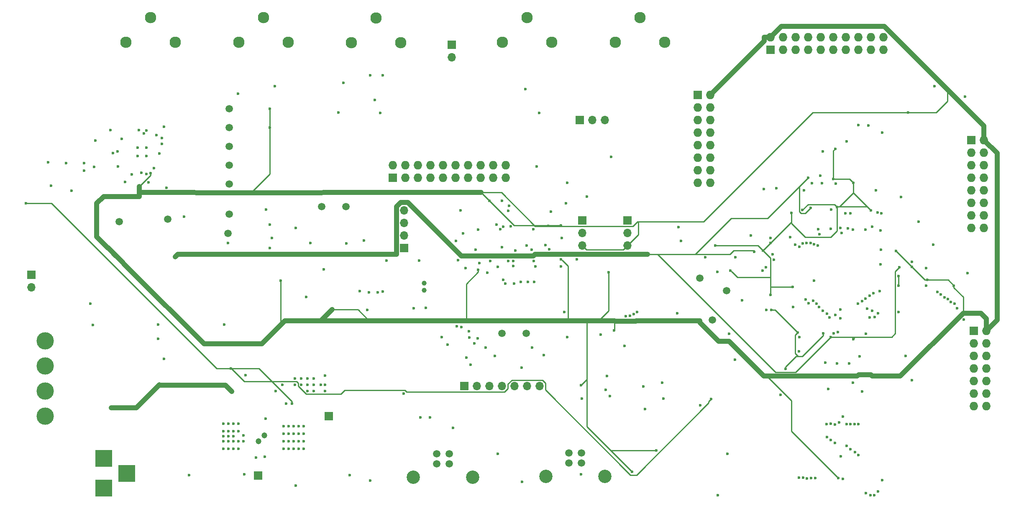
<source format=gbr>
G04 #@! TF.FileFunction,Copper,L3,Inr,Plane*
%FSLAX46Y46*%
G04 Gerber Fmt 4.6, Leading zero omitted, Abs format (unit mm)*
G04 Created by KiCad (PCBNEW 4.0.7-e2-6376~58~ubuntu16.04.1) date Thu Apr  4 23:28:41 2019*
%MOMM*%
%LPD*%
G01*
G04 APERTURE LIST*
%ADD10C,0.100000*%
%ADD11C,1.500000*%
%ADD12R,1.727200X1.727200*%
%ADD13O,1.727200X1.727200*%
%ADD14R,1.700000X1.700000*%
%ADD15O,1.700000X1.700000*%
%ADD16C,1.000000*%
%ADD17C,1.520000*%
%ADD18C,2.700000*%
%ADD19C,2.300000*%
%ADD20R,3.500000X3.500000*%
%ADD21C,3.500000*%
%ADD22C,0.600000*%
%ADD23C,1.200000*%
%ADD24C,0.250000*%
%ADD25C,1.000000*%
G04 APERTURE END LIST*
D10*
D11*
X94361000Y-97663000D03*
D12*
X204216000Y-60452000D03*
D13*
X204216000Y-57912000D03*
X206756000Y-60452000D03*
X206756000Y-57912000D03*
X209296000Y-60452000D03*
X209296000Y-57912000D03*
X211836000Y-60452000D03*
X211836000Y-57912000D03*
X214376000Y-60452000D03*
X214376000Y-57912000D03*
X216916000Y-60452000D03*
X216916000Y-57912000D03*
X219456000Y-60452000D03*
X219456000Y-57912000D03*
X221996000Y-60452000D03*
X221996000Y-57912000D03*
X224536000Y-60452000D03*
X224536000Y-57912000D03*
X227076000Y-60452000D03*
X227076000Y-57912000D03*
D12*
X189484000Y-69596000D03*
D13*
X192024000Y-69596000D03*
X189484000Y-72136000D03*
X192024000Y-72136000D03*
X189484000Y-74676000D03*
X192024000Y-74676000D03*
X189484000Y-77216000D03*
X192024000Y-77216000D03*
X189484000Y-79756000D03*
X192024000Y-79756000D03*
X189484000Y-82296000D03*
X192024000Y-82296000D03*
X189484000Y-84836000D03*
X192024000Y-84836000D03*
X189484000Y-87376000D03*
X192024000Y-87376000D03*
D14*
X166116000Y-94996000D03*
D15*
X166116000Y-97536000D03*
X166116000Y-100076000D03*
D14*
X175260000Y-94996000D03*
D15*
X175260000Y-97536000D03*
X175260000Y-100076000D03*
D14*
X130048000Y-100584000D03*
D15*
X130048000Y-98044000D03*
X130048000Y-95504000D03*
X130048000Y-92964000D03*
D16*
X134112000Y-107696000D03*
X134112000Y-109196000D03*
D12*
X127762000Y-86360000D03*
D13*
X127762000Y-83820000D03*
X130302000Y-86360000D03*
X130302000Y-83820000D03*
X132842000Y-86360000D03*
X132842000Y-83820000D03*
X135382000Y-86360000D03*
X135382000Y-83820000D03*
X137922000Y-86360000D03*
X137922000Y-83820000D03*
X140462000Y-86360000D03*
X140462000Y-83820000D03*
X143002000Y-86360000D03*
X143002000Y-83820000D03*
X145542000Y-86360000D03*
X145542000Y-83820000D03*
X148082000Y-86360000D03*
X148082000Y-83820000D03*
X150622000Y-86360000D03*
X150622000Y-83820000D03*
D17*
X136652000Y-142272000D03*
X139192000Y-142272000D03*
X139192000Y-144272000D03*
X136652000Y-144272000D03*
D18*
X131922000Y-146972000D03*
X143922000Y-146972000D03*
D14*
X142240000Y-128524000D03*
D15*
X144780000Y-128524000D03*
X147320000Y-128524000D03*
X149860000Y-128524000D03*
X152400000Y-128524000D03*
X154940000Y-128524000D03*
X157480000Y-128524000D03*
D14*
X165608000Y-74676000D03*
D15*
X168148000Y-74676000D03*
X170688000Y-74676000D03*
D11*
X149860000Y-117856000D03*
X154740000Y-117856000D03*
D12*
X245364000Y-117348000D03*
D13*
X247904000Y-117348000D03*
X245364000Y-119888000D03*
X247904000Y-119888000D03*
X245364000Y-122428000D03*
X247904000Y-122428000D03*
X245364000Y-124968000D03*
X247904000Y-124968000D03*
X245364000Y-127508000D03*
X247904000Y-127508000D03*
X245364000Y-130048000D03*
X247904000Y-130048000D03*
X245364000Y-132588000D03*
X247904000Y-132588000D03*
D17*
X163418000Y-142112000D03*
X165958000Y-142112000D03*
X165958000Y-144112000D03*
X163418000Y-144112000D03*
D18*
X158688000Y-146812000D03*
X170688000Y-146812000D03*
D14*
X139700000Y-59436000D03*
D15*
X139700000Y-61976000D03*
D19*
X154940000Y-53975000D03*
X159940000Y-58975000D03*
X149940000Y-58975000D03*
X177800000Y-53975000D03*
X182800000Y-58975000D03*
X172800000Y-58975000D03*
D11*
X195326000Y-109220000D03*
D19*
X124380000Y-54055000D03*
X129380000Y-59055000D03*
X119380000Y-59055000D03*
D11*
X192405000Y-115189000D03*
X189865000Y-106680000D03*
D12*
X244856000Y-78740000D03*
D13*
X247396000Y-78740000D03*
X244856000Y-81280000D03*
X247396000Y-81280000D03*
X244856000Y-83820000D03*
X247396000Y-83820000D03*
X244856000Y-86360000D03*
X247396000Y-86360000D03*
X244856000Y-88900000D03*
X247396000Y-88900000D03*
X244856000Y-91440000D03*
X247396000Y-91440000D03*
X244856000Y-93980000D03*
X247396000Y-93980000D03*
X244856000Y-96520000D03*
X247396000Y-96520000D03*
D14*
X100457000Y-146685000D03*
X114808000Y-134620000D03*
D20*
X69215000Y-143225000D03*
X69215000Y-149225000D03*
X73915000Y-146225000D03*
D21*
X57404000Y-134620000D03*
X57404000Y-129540000D03*
X57404000Y-124460000D03*
X57404000Y-119380000D03*
D14*
X54610000Y-106045000D03*
D15*
X54610000Y-108585000D03*
D11*
X113357000Y-92202000D03*
X118237000Y-92202000D03*
X94615000Y-83820000D03*
X94615000Y-80010000D03*
X82169000Y-94742000D03*
X94615000Y-72390000D03*
X94615000Y-76200000D03*
X72390000Y-95250000D03*
D19*
X78740000Y-53975000D03*
X83740000Y-58975000D03*
X73740000Y-58975000D03*
X101600000Y-53975000D03*
X106600000Y-58975000D03*
X96600000Y-58975000D03*
D11*
X94615000Y-87630000D03*
X94615000Y-93726000D03*
D22*
X76112500Y-81987500D03*
X77837500Y-81987500D03*
X77837500Y-80262500D03*
X76112500Y-80262500D03*
X140948771Y-103096502D03*
X102108000Y-92837000D03*
X110236000Y-110490000D03*
X223774000Y-112903000D03*
X225933000Y-113792002D03*
X66548000Y-111887000D03*
X102870000Y-100584000D03*
X206248000Y-130302000D03*
X178816000Y-133223000D03*
X182499000Y-131064000D03*
X178435000Y-128651000D03*
X214757000Y-81026000D03*
X219583000Y-78994000D03*
X80264000Y-116078000D03*
X80264000Y-118999000D03*
X195834000Y-117983000D03*
X81407000Y-123063000D03*
X104013000Y-129540000D03*
X111760000Y-129540000D03*
X110490000Y-129540000D03*
X105410000Y-128270000D03*
X107950000Y-128270000D03*
X107950000Y-127000000D03*
X111760000Y-127000000D03*
X110490000Y-127000000D03*
X109220000Y-127000000D03*
X109220000Y-128270000D03*
X110490000Y-128270000D03*
X111760000Y-128270000D03*
X113157000Y-128270000D03*
X114046000Y-129540000D03*
X114046000Y-128270000D03*
X113988010Y-126422990D03*
X58547000Y-88011000D03*
X62738000Y-89027000D03*
X153924000Y-147955000D03*
X167021000Y-90170000D03*
X171958000Y-82169000D03*
X123190000Y-147701000D03*
X129921000Y-130048000D03*
X139954000Y-137033000D03*
X171704000Y-130556000D03*
X165989000Y-131064000D03*
X165862000Y-146431000D03*
X189992000Y-132461000D03*
X182245000Y-127889000D03*
X162814000Y-91567000D03*
X163068000Y-87376000D03*
X142494000Y-104648000D03*
X147447000Y-103251000D03*
X97663000Y-146399000D03*
X101854000Y-142875000D03*
X108077000Y-148670000D03*
X86487000Y-146558000D03*
X141478000Y-92964000D03*
X153616330Y-107451999D03*
X148393989Y-122428000D03*
X158333000Y-122301000D03*
X148717000Y-95885000D03*
X156210000Y-96774000D03*
X161925000Y-98552000D03*
X149820000Y-91059000D03*
X161798000Y-104325999D03*
X185293000Y-113792000D03*
X174625000Y-120396000D03*
X169799000Y-118110000D03*
X193548000Y-150689979D03*
X218821000Y-147320000D03*
X210058000Y-118618000D03*
X217297000Y-114173000D03*
X217419417Y-87540999D03*
X214249000Y-85979000D03*
X133096000Y-103124000D03*
X131953000Y-112776000D03*
X93599000Y-116078000D03*
X103251000Y-98552000D03*
X102870000Y-95885000D03*
X118364000Y-99695000D03*
X108049559Y-96547441D03*
X111058942Y-99634058D03*
X57971564Y-83252436D03*
X154559000Y-68453000D03*
X157353000Y-73279000D03*
X72009000Y-81026000D03*
X70612000Y-76708000D03*
X81407000Y-76073000D03*
X79883000Y-77724000D03*
X123190000Y-65658996D03*
X125730000Y-65659000D03*
X80518000Y-81500010D03*
X65278000Y-83439000D03*
X61595000Y-83439000D03*
X81915000Y-88421615D03*
X79375000Y-84455000D03*
X219837000Y-96647000D03*
X226822000Y-77216000D03*
X237363000Y-67818000D03*
X243586000Y-69977000D03*
X203327000Y-113157000D03*
X208788000Y-112522000D03*
X226441000Y-103886000D03*
X226568000Y-100965000D03*
X226441000Y-97028000D03*
X224790000Y-96266000D03*
X212979000Y-107188000D03*
X204597000Y-101854000D03*
X204851000Y-102997000D03*
X213868000Y-96774000D03*
X218059000Y-135890000D03*
X209921010Y-121539000D03*
X218431859Y-142781857D03*
X220853000Y-127889000D03*
X198464575Y-111156324D03*
X193421000Y-105410000D03*
X244094000Y-105664000D03*
X215900000Y-129159000D03*
X67056000Y-116205000D03*
X205359000Y-88519000D03*
X202819000Y-88646000D03*
X212598000Y-87503000D03*
X214630000Y-87503000D03*
X237109000Y-99949000D03*
X220091000Y-123952000D03*
X217678000Y-123952000D03*
X191008000Y-102489000D03*
X197104000Y-102489000D03*
X210947000Y-88900000D03*
X215265000Y-123824996D03*
X222250000Y-122555000D03*
X234188000Y-95250000D03*
X235712000Y-104648000D03*
X235712000Y-108204000D03*
X225552000Y-88900000D03*
X200192000Y-98084000D03*
X148971000Y-104394000D03*
X156845000Y-84074000D03*
X151130000Y-103235010D03*
X155067000Y-107442000D03*
X150114000Y-107061000D03*
X102870000Y-76200000D03*
X102870000Y-72390000D03*
X99060705Y-89403590D03*
X196088000Y-105156000D03*
X208661000Y-108458000D03*
X217292493Y-80518000D03*
X171450000Y-105537000D03*
X232791000Y-104394000D03*
X232029000Y-73152000D03*
X193040006Y-100076000D03*
X181102000Y-141605000D03*
X176149000Y-145923000D03*
X146878051Y-105603051D03*
X165862000Y-128364000D03*
X161798000Y-102869990D03*
X145229918Y-103642000D03*
X145034000Y-105029000D03*
X127762000Y-89348999D03*
X195800261Y-119507000D03*
X159258000Y-96139000D03*
X161798000Y-96012000D03*
X70485000Y-100965000D03*
X74422000Y-104902000D03*
X147320000Y-91059000D03*
X172482000Y-117277000D03*
X189865000Y-115316000D03*
X169418000Y-115316000D03*
X163957000Y-115316000D03*
X217678000Y-92329000D03*
X216916000Y-86614000D03*
X105029000Y-107188000D03*
X104394000Y-116840000D03*
X69215000Y-90170000D03*
X78740000Y-85471000D03*
X204343000Y-113157000D03*
X232790990Y-103378011D03*
X229616000Y-101219000D03*
X209679551Y-117731551D03*
X235975990Y-107061009D03*
X230124000Y-106289010D03*
X223452021Y-117983000D03*
X210643978Y-92938487D03*
X204216000Y-110071010D03*
X217932000Y-147193000D03*
X202565000Y-105156000D03*
X221742000Y-126545011D03*
X218440000Y-126545011D03*
X215646000Y-126545011D03*
X217001000Y-117856000D03*
X224790000Y-126545011D03*
X218821000Y-134747000D03*
X206121000Y-126545011D03*
X72009000Y-102489000D03*
X208407000Y-93472000D03*
X216376000Y-96742000D03*
X207264000Y-125095000D03*
X214884000Y-117856000D03*
X241300000Y-108204000D03*
X230124000Y-108204010D03*
X220980000Y-87376000D03*
X224536000Y-92964000D03*
X202692000Y-101092000D03*
X204216000Y-99568000D03*
X150495000Y-107823000D03*
X159766000Y-93217996D03*
X95123000Y-129667000D03*
X70739000Y-132969000D03*
X192151000Y-131191000D03*
X107315000Y-132080000D03*
X97917000Y-126365000D03*
X106172000Y-132080000D03*
X94996000Y-124968000D03*
X53467000Y-91567000D03*
X126492000Y-103124000D03*
X216451021Y-92837000D03*
X220914647Y-119060647D03*
X230251000Y-104521000D03*
X212344000Y-92455994D03*
X86360000Y-101863999D03*
X84963000Y-101863999D03*
X83693000Y-102362000D03*
X200914000Y-101346000D03*
X216408000Y-118618000D03*
X203276999Y-104470999D03*
X211836000Y-86360000D03*
X81026000Y-79502000D03*
X103886000Y-67818000D03*
X67564000Y-78867000D03*
X67292009Y-84201000D03*
X81025994Y-78359000D03*
X96393000Y-69342000D03*
X76327000Y-76708000D03*
X116713000Y-73152000D03*
X77326667Y-77444781D03*
X125222000Y-73279000D03*
X72898000Y-78486000D03*
X71120000Y-81407000D03*
X152273000Y-107823000D03*
X153797000Y-124841000D03*
X146558000Y-120777000D03*
X100076000Y-143002000D03*
X101981000Y-135128000D03*
X138811000Y-120142000D03*
X134409345Y-112688655D03*
X185547000Y-96393002D03*
X186055000Y-99187000D03*
X152146000Y-104267000D03*
X144907000Y-118872000D03*
X156317012Y-107442000D03*
X162441501Y-113546501D03*
X163068000Y-118618000D03*
X156591000Y-104325999D03*
X158623000Y-100045000D03*
X196977000Y-123190000D03*
X154813004Y-100076000D03*
X155956000Y-120786990D03*
X122936000Y-109591001D03*
X125669051Y-109407949D03*
X72136000Y-84074008D03*
X65278000Y-84963000D03*
X137671129Y-118632416D03*
X122555000Y-113175870D03*
X121031000Y-109347000D03*
X124714000Y-109591000D03*
X225298000Y-114554000D03*
X231521000Y-122428000D03*
X224282000Y-114681006D03*
X232791000Y-127381000D03*
X144526000Y-100965000D03*
X149860000Y-100457000D03*
X140538108Y-99196990D03*
X141986000Y-97663000D03*
X144980250Y-96902771D03*
X113792000Y-104902000D03*
X94361000Y-99568000D03*
X226641169Y-93614268D03*
X151257000Y-92075000D03*
X151130000Y-93091000D03*
X225858036Y-93450851D03*
X204216000Y-98552000D03*
X209169000Y-99949000D03*
X210058000Y-100330000D03*
X210693000Y-99695000D03*
X211482117Y-99563481D03*
X212282104Y-99568400D03*
X213033877Y-99841969D03*
X213793364Y-100093330D03*
X214122000Y-97790000D03*
X218313000Y-96520000D03*
X218567000Y-97536000D03*
X219329000Y-93589000D03*
X220345000Y-93599000D03*
X220853000Y-96901000D03*
X143256000Y-118745000D03*
X118999000Y-146558000D03*
X142621000Y-122809000D03*
X152527000Y-101092000D03*
X148971000Y-142240000D03*
X143510000Y-124206000D03*
X144272000Y-119888000D03*
X152146000Y-103251000D03*
X156226163Y-103233199D03*
X174879000Y-114427000D03*
X143129000Y-117475000D03*
X151577058Y-96199942D03*
X135255000Y-134874000D03*
X133350000Y-134874000D03*
X208151321Y-98426679D03*
X195453000Y-142239996D03*
X224028000Y-75819000D03*
X221996000Y-75692000D03*
X77841594Y-76832515D03*
X117729000Y-67192999D03*
X124079000Y-70612000D03*
X77851000Y-85598000D03*
X85471000Y-94234000D03*
X76871948Y-85375846D03*
X78321894Y-87298023D03*
X73532994Y-87249000D03*
X74930000Y-85725000D03*
X175768000Y-114300000D03*
X164972295Y-102863999D03*
X155874283Y-100943011D03*
X176525741Y-114014397D03*
X177172881Y-113544065D03*
X159385000Y-100838000D03*
X150114000Y-96266000D03*
X141605000Y-116586000D03*
X140722215Y-116465215D03*
X149479000Y-96774000D03*
X97536000Y-139700000D03*
X97536000Y-138525000D03*
X95504000Y-138684000D03*
X94488000Y-138684000D03*
X93472000Y-138684000D03*
X105664000Y-141224000D03*
X106680000Y-141224000D03*
X107696000Y-141224000D03*
X108712000Y-141224000D03*
X109728000Y-141224000D03*
X109728000Y-139700000D03*
X108712000Y-139700000D03*
X107696000Y-139700000D03*
X106680000Y-139700000D03*
X105664000Y-139700000D03*
X105664000Y-138176000D03*
X106680000Y-138176000D03*
X107696000Y-138176000D03*
X108712000Y-138176000D03*
X109728000Y-138176000D03*
X109728000Y-136652000D03*
X108712000Y-136652000D03*
X107696000Y-136652000D03*
X106680000Y-136652000D03*
X105664000Y-136652000D03*
X93472000Y-141224000D03*
X94488000Y-141224000D03*
X95504000Y-141224000D03*
X96520000Y-141224000D03*
X96520000Y-139700000D03*
X95504000Y-139700000D03*
X94488000Y-139700000D03*
X93472000Y-139700000D03*
X96520000Y-137668000D03*
X95504000Y-137668000D03*
X94488000Y-137668000D03*
X93472000Y-137668000D03*
X96520000Y-136144000D03*
X95504000Y-136144000D03*
X94488000Y-136144000D03*
X93472000Y-136144000D03*
D23*
X100552000Y-139700000D03*
X101727000Y-138525000D03*
D22*
X230632000Y-90296998D03*
X170815000Y-129286000D03*
X171069000Y-126492000D03*
X223393000Y-96901000D03*
X218313000Y-113029986D03*
X222758000Y-129667000D03*
X224406041Y-150689979D03*
X211328000Y-110998000D03*
X223520000Y-150239968D03*
X211930974Y-111797503D03*
X212852000Y-111252000D03*
X226822000Y-147574000D03*
X225933000Y-149860000D03*
X213487000Y-111887000D03*
X225206048Y-150687291D03*
X213995000Y-112522000D03*
X214757000Y-113284000D03*
X213233000Y-147193006D03*
X215646000Y-113919000D03*
X212433001Y-147188417D03*
X216154000Y-114681000D03*
X211546513Y-147256493D03*
X210772625Y-147053721D03*
X217800559Y-117597559D03*
X209931000Y-147066000D03*
X218313000Y-114808000D03*
X230068001Y-113528000D03*
X243305768Y-115105446D03*
X224790000Y-113284000D03*
X241935000Y-112776000D03*
X221869000Y-111887000D03*
X241409961Y-111873286D03*
X240688200Y-111528228D03*
X222752998Y-111351001D03*
X223393000Y-110870979D03*
X240110543Y-110974771D03*
X224282000Y-110245990D03*
X239395000Y-110617000D03*
X225044000Y-109728000D03*
X238633000Y-109982000D03*
X226314000Y-109345968D03*
X237998000Y-109474000D03*
X215519000Y-136271000D03*
X215646000Y-138859003D03*
X216408000Y-136144000D03*
X216408000Y-139436000D03*
X217192466Y-136300893D03*
X217189999Y-140061001D03*
X219583000Y-136271000D03*
X219583000Y-140686001D03*
X220383003Y-136271000D03*
X220345000Y-141311001D03*
X221183006Y-136271000D03*
X221286764Y-141936001D03*
X221996000Y-142560990D03*
X221996000Y-136271000D03*
X121920000Y-99060000D03*
D24*
X102870000Y-72390000D02*
X102870000Y-85594295D01*
X102870000Y-85594295D02*
X99060705Y-89403590D01*
D25*
X127762000Y-89348999D02*
X99060705Y-89403590D01*
X99060705Y-89403590D02*
X76699999Y-89348999D01*
X202946000Y-58674000D02*
X192024000Y-69596000D01*
X202946000Y-58674000D02*
X202946000Y-57960686D01*
D24*
X202946000Y-57960686D02*
X202994686Y-57912000D01*
D25*
X202994686Y-57912000D02*
X204216000Y-57912000D01*
D24*
X197485000Y-106553000D02*
X196387999Y-105455999D01*
X204216000Y-106553000D02*
X197485000Y-106553000D01*
X196387999Y-105455999D02*
X196088000Y-105156000D01*
D25*
X221742000Y-126545011D02*
X222041999Y-126245012D01*
X222041999Y-126245012D02*
X224490001Y-126245012D01*
X224490001Y-126245012D02*
X224790000Y-126545011D01*
D24*
X204216000Y-108458000D02*
X208661000Y-108458000D01*
X216916000Y-80899000D02*
X217292493Y-80522507D01*
X217292493Y-80522507D02*
X217292493Y-80518000D01*
X216916000Y-86614000D02*
X216916000Y-80899000D01*
X208407000Y-95631000D02*
X208407000Y-93472000D01*
X211191001Y-98415001D02*
X208407000Y-95631000D01*
X217678000Y-92329000D02*
X217678000Y-97133696D01*
X217678000Y-97133696D02*
X216396695Y-98415001D01*
X216396695Y-98415001D02*
X211191001Y-98415001D01*
X232029000Y-73152000D02*
X212725000Y-73152000D01*
X212725000Y-73152000D02*
X190625325Y-95251675D01*
X166116000Y-100076000D02*
X166965999Y-100925999D01*
X166965999Y-100925999D02*
X174410001Y-100925999D01*
X174410001Y-100925999D02*
X175260000Y-100076000D01*
X177419000Y-97917000D02*
X175260000Y-100076000D01*
X171450000Y-105537000D02*
X171450000Y-113284000D01*
X171450000Y-113284000D02*
X169418000Y-115316000D01*
X240030000Y-68551870D02*
X240030000Y-70866000D01*
X240030000Y-70866000D02*
X237744000Y-73152000D01*
X237744000Y-73152000D02*
X232029000Y-73152000D01*
X235458009Y-107061009D02*
X232791000Y-104394000D01*
X232791000Y-104394000D02*
X229915999Y-101518999D01*
X204216000Y-106553000D02*
X204216000Y-108458000D01*
X204216000Y-102616000D02*
X204216000Y-106553000D01*
X201676000Y-100076000D02*
X193464270Y-100076000D01*
X202692000Y-101092000D02*
X201676000Y-100076000D01*
X193464270Y-100076000D02*
X193040006Y-100076000D01*
X177419000Y-95251675D02*
X177289327Y-95251675D01*
X190625325Y-95251675D02*
X177419000Y-95251675D01*
X177419000Y-95251675D02*
X177419000Y-97917000D01*
D25*
X113157000Y-115316000D02*
X142621000Y-115316000D01*
X142621000Y-115316000D02*
X163195000Y-115316000D01*
D24*
X145034000Y-105029000D02*
X145034000Y-105453264D01*
X145034000Y-105453264D02*
X142621000Y-107866264D01*
X142621000Y-107866264D02*
X142621000Y-115316000D01*
X177289327Y-95251675D02*
X176370001Y-96171001D01*
X176370001Y-96171001D02*
X156532003Y-96171001D01*
X156532003Y-96171001D02*
X149710001Y-89348999D01*
X149710001Y-89348999D02*
X145609999Y-89348999D01*
X217932000Y-147193000D02*
X208407000Y-137668000D01*
X208407000Y-137668000D02*
X208407000Y-131535998D01*
X203416013Y-126545011D02*
X202838272Y-126545011D01*
X208407000Y-131535998D02*
X203416013Y-126545011D01*
X240157009Y-107061009D02*
X236400254Y-107061009D01*
X236400254Y-107061009D02*
X235975990Y-107061009D01*
X241300000Y-108204000D02*
X240157009Y-107061009D01*
X171831000Y-141605000D02*
X176149000Y-145923000D01*
X167005000Y-136779000D02*
X171831000Y-141605000D01*
X171831000Y-141605000D02*
X181102000Y-141605000D01*
X167005000Y-115316000D02*
X167005000Y-136779000D01*
D25*
X189865000Y-115316000D02*
X189865000Y-115697000D01*
X189865000Y-115697000D02*
X193675000Y-119507000D01*
X193675000Y-119507000D02*
X195800261Y-119507000D01*
X167005000Y-115316000D02*
X169418000Y-115316000D01*
X163957000Y-115316000D02*
X167005000Y-115316000D01*
D24*
X167005000Y-115316000D02*
X167005000Y-127221000D01*
X167005000Y-127221000D02*
X165862000Y-128364000D01*
X161373736Y-96012000D02*
X161798000Y-96012000D01*
X145609999Y-89348999D02*
X152273000Y-96012000D01*
X152273000Y-96012000D02*
X161373736Y-96012000D01*
X163195000Y-104266990D02*
X162097999Y-103169989D01*
X163195000Y-115316000D02*
X163195000Y-104266990D01*
X162097999Y-103169989D02*
X161798000Y-102869990D01*
D25*
X145609999Y-89348999D02*
X127762000Y-89348999D01*
X195800261Y-119507000D02*
X202838272Y-126545011D01*
X70485000Y-100965000D02*
X71709001Y-102189001D01*
X69850000Y-100330000D02*
X70485000Y-100965000D01*
X74422000Y-104902000D02*
X89535000Y-120015000D01*
X72009000Y-102489000D02*
X74422000Y-104902000D01*
D24*
X71709001Y-102189001D02*
X72009000Y-102489000D01*
X147320000Y-91059000D02*
X145609999Y-89348999D01*
D25*
X176926999Y-115427001D02*
X177038000Y-115316000D01*
X172593000Y-115316000D02*
X172704001Y-115427001D01*
X172704001Y-115427001D02*
X176926999Y-115427001D01*
X163195000Y-115316000D02*
X163957000Y-115316000D01*
D24*
X172593000Y-117094000D02*
X172482000Y-117205000D01*
X172482000Y-117205000D02*
X172482000Y-117277000D01*
D25*
X169418000Y-115316000D02*
X172593000Y-115316000D01*
D24*
X172593000Y-115316000D02*
X172593000Y-117094000D01*
D25*
X177038000Y-115316000D02*
X189865000Y-115316000D01*
D24*
X177038000Y-115316000D02*
X177292000Y-115570000D01*
X218102264Y-92202010D02*
X217804990Y-92202010D01*
X217124001Y-91775001D02*
X217378001Y-92029001D01*
X210643978Y-92938487D02*
X211807464Y-91775001D01*
X211807464Y-91775001D02*
X217124001Y-91775001D01*
X223774010Y-92202010D02*
X218102264Y-92202010D01*
X217804990Y-92202010D02*
X217678000Y-92329000D01*
X218185990Y-92202010D02*
X218102264Y-92202010D01*
X217378001Y-92029001D02*
X217678000Y-92329000D01*
X224536000Y-92964000D02*
X223774010Y-92202010D01*
X220980000Y-89408000D02*
X218185990Y-92202010D01*
X204343000Y-113157000D02*
X205105000Y-113157000D01*
X205105000Y-113157000D02*
X209679551Y-117731551D01*
X217340264Y-86614000D02*
X216916000Y-86614000D01*
X220218000Y-86614000D02*
X217340264Y-86614000D01*
X220980000Y-87376000D02*
X220218000Y-86614000D01*
D25*
X104394000Y-116840000D02*
X105156000Y-116078000D01*
X105156000Y-116078000D02*
X105918000Y-115316000D01*
D24*
X105029000Y-107188000D02*
X105029000Y-115951000D01*
X105029000Y-115951000D02*
X105156000Y-116078000D01*
D25*
X101219000Y-120015000D02*
X104394000Y-116840000D01*
X76454000Y-90170000D02*
X76454000Y-88181264D01*
D24*
X76454000Y-88181264D02*
X78740000Y-85895264D01*
X78740000Y-85895264D02*
X78740000Y-85471000D01*
D25*
X69215000Y-90170000D02*
X76454000Y-90170000D01*
X67818000Y-91567000D02*
X69215000Y-90170000D01*
X72009000Y-102489000D02*
X67818000Y-98298000D01*
X67818000Y-98298000D02*
X67818000Y-91567000D01*
X247396000Y-75917870D02*
X240030000Y-68551870D01*
X240030000Y-68551870D02*
X227231130Y-55753000D01*
D24*
X229915999Y-101518999D02*
X229616000Y-101219000D01*
X235975990Y-107061009D02*
X235458009Y-107061009D01*
X208407000Y-93472000D02*
X208407000Y-95377000D01*
X208407000Y-95377000D02*
X204216000Y-99568000D01*
X204216000Y-99568000D02*
X202692000Y-101092000D01*
X204216000Y-108458000D02*
X204216000Y-109646746D01*
X210609264Y-122555000D02*
X214884000Y-118280264D01*
X209178998Y-118232104D02*
X209379552Y-118031550D01*
X209379736Y-122555000D02*
X209804000Y-122555000D01*
X209379552Y-118031550D02*
X209679551Y-117731551D01*
X210058000Y-122555000D02*
X210609264Y-122555000D01*
X214884000Y-118280264D02*
X214884000Y-117856000D01*
X209178998Y-121929998D02*
X209178998Y-118232104D01*
X209804000Y-122555000D02*
X209178998Y-121929998D01*
X210058000Y-122555000D02*
X210348002Y-122555000D01*
X207264000Y-124670736D02*
X209379736Y-122555000D01*
X207264000Y-125095000D02*
X207264000Y-124670736D01*
X230124000Y-108204010D02*
X230124000Y-106289010D01*
X204216000Y-109646746D02*
X204216000Y-110071010D01*
X202692000Y-101092000D02*
X204216000Y-102616000D01*
D25*
X227231130Y-55753000D02*
X206375000Y-55753000D01*
X206375000Y-55753000D02*
X204216000Y-57912000D01*
X247396000Y-78740000D02*
X247396000Y-75917870D01*
X250063000Y-81407000D02*
X247396000Y-78740000D01*
X250063000Y-115189000D02*
X250063000Y-81407000D01*
X247904000Y-117348000D02*
X250063000Y-115189000D01*
X218440000Y-126545011D02*
X221742000Y-126545011D01*
X215646000Y-126545011D02*
X218440000Y-126545011D01*
X213741000Y-126545011D02*
X215646000Y-126545011D01*
X224790000Y-126545011D02*
X230451989Y-126545011D01*
X206121000Y-126545011D02*
X213741000Y-126545011D01*
X202838272Y-126545011D02*
X206121000Y-126545011D01*
D24*
X241300000Y-108204000D02*
X241300000Y-108628264D01*
X241300000Y-108628264D02*
X243205000Y-110533264D01*
X243205000Y-110533264D02*
X243205000Y-113792000D01*
D25*
X246761000Y-113792000D02*
X247904000Y-114935000D01*
X247904000Y-114935000D02*
X247904000Y-117348000D01*
X243205000Y-113792000D02*
X246761000Y-113792000D01*
X230451989Y-126545011D02*
X243205000Y-113792000D01*
D24*
X120777000Y-113157000D02*
X122936000Y-115316000D01*
X115443000Y-113030000D02*
X120650000Y-113030000D01*
X120650000Y-113030000D02*
X120777000Y-113157000D01*
D25*
X113157000Y-115316000D02*
X115443000Y-113030000D01*
X105918000Y-115316000D02*
X113157000Y-115316000D01*
X89535000Y-120015000D02*
X101219000Y-120015000D01*
D24*
X209804000Y-122555000D02*
X210058000Y-122555000D01*
X220980000Y-87376000D02*
X220980000Y-89408000D01*
X220980000Y-89408000D02*
X224536000Y-92964000D01*
D25*
X80645000Y-128397000D02*
X93853000Y-128397000D01*
X93853000Y-128397000D02*
X95123000Y-129667000D01*
D24*
X80518000Y-128270000D02*
X80645000Y-128397000D01*
D25*
X75819000Y-132969000D02*
X80518000Y-128270000D01*
X70739000Y-132969000D02*
X75819000Y-132969000D01*
D24*
X117973001Y-129422999D02*
X117230999Y-130165001D01*
X117230999Y-130165001D02*
X110189999Y-130165001D01*
X110189999Y-130165001D02*
X108575001Y-128550003D01*
X108575001Y-128550003D02*
X108575001Y-127969999D01*
X108575001Y-127969999D02*
X108230003Y-127625001D01*
X108230003Y-127625001D02*
X97653001Y-127625001D01*
X97653001Y-127625001D02*
X95295999Y-125267999D01*
X95295999Y-125267999D02*
X94996000Y-124968000D01*
X192151000Y-131191000D02*
X191652999Y-131689001D01*
X191652999Y-131689001D02*
X191652999Y-131979003D01*
X191652999Y-131979003D02*
X177084001Y-146548001D01*
X130221001Y-129422999D02*
X117973001Y-129422999D01*
X177084001Y-146548001D02*
X175848999Y-146548001D01*
X158655001Y-127959999D02*
X158044001Y-127348999D01*
X151035001Y-129088001D02*
X150375003Y-129747999D01*
X175848999Y-146548001D02*
X158655001Y-129354003D01*
X158655001Y-129354003D02*
X158655001Y-127959999D01*
X158044001Y-127348999D02*
X151835999Y-127348999D01*
X151835999Y-127348999D02*
X151035001Y-128149997D01*
X150375003Y-129747999D02*
X130546001Y-129747999D01*
X151035001Y-128149997D02*
X151035001Y-129088001D01*
X130546001Y-129747999D02*
X130221001Y-129422999D01*
X107315000Y-132080000D02*
X107315000Y-131655736D01*
X107315000Y-131655736D02*
X100627264Y-124968000D01*
X100627264Y-124968000D02*
X95420264Y-124968000D01*
X95420264Y-124968000D02*
X94996000Y-124968000D01*
X58674000Y-91567000D02*
X92075000Y-124968000D01*
X92075000Y-124968000D02*
X94996000Y-124968000D01*
X53467000Y-91567000D02*
X58674000Y-91567000D01*
X216408000Y-118618000D02*
X209305999Y-125720001D01*
X209305999Y-125720001D02*
X205222001Y-125720001D01*
X205222001Y-125720001D02*
X181365999Y-101863999D01*
X181365999Y-101863999D02*
X179324000Y-101863999D01*
D25*
X130792001Y-91413999D02*
X141613002Y-102235000D01*
X156166002Y-102235000D02*
X156537003Y-101863999D01*
X156537003Y-101863999D02*
X179324000Y-101863999D01*
X89154000Y-101863999D02*
X128497999Y-101863999D01*
X128497999Y-101863999D02*
X128497999Y-92219999D01*
X128497999Y-92219999D02*
X129303999Y-91413999D01*
X129303999Y-91413999D02*
X130792001Y-91413999D01*
X141613002Y-102235000D02*
X156166002Y-102235000D01*
D24*
X221107000Y-118618000D02*
X228727000Y-118618000D01*
X216408000Y-118618000D02*
X221107000Y-118618000D01*
X221107000Y-118618000D02*
X221107000Y-118868294D01*
X221107000Y-118868294D02*
X220914647Y-119060647D01*
X229951001Y-104820999D02*
X230251000Y-104521000D01*
X229443001Y-105328999D02*
X229951001Y-104820999D01*
X228727000Y-118618000D02*
X229443001Y-117901999D01*
X229443001Y-117901999D02*
X229443001Y-105328999D01*
X211236505Y-93563489D02*
X212044001Y-92755993D01*
X211836000Y-86360000D02*
X210018976Y-88177024D01*
X210018976Y-93238489D02*
X210343976Y-93563489D01*
X210343976Y-93563489D02*
X211236505Y-93563489D01*
X212044001Y-92755993D02*
X212344000Y-92455994D01*
X210018976Y-88177024D02*
X210018976Y-93238489D01*
D25*
X84963000Y-101863999D02*
X89154000Y-101863999D01*
D24*
X89154000Y-101863999D02*
X86360000Y-101863999D01*
D25*
X84191001Y-101863999D02*
X84963000Y-101863999D01*
D24*
X179324000Y-101863999D02*
X188976000Y-101863999D01*
X188976000Y-101863999D02*
X195951001Y-101863999D01*
X211836000Y-86360000D02*
X203590999Y-94605001D01*
X203590999Y-94605001D02*
X196234998Y-94605001D01*
X196234998Y-94605001D02*
X188976000Y-101863999D01*
X200787000Y-101092000D02*
X200914000Y-101219000D01*
X200914000Y-101219000D02*
X200914000Y-101346000D01*
X196723000Y-101092000D02*
X200787000Y-101092000D01*
X195951001Y-101863999D02*
X196723000Y-101092000D01*
D25*
X83693000Y-102362000D02*
X84191001Y-101863999D01*
M02*

</source>
